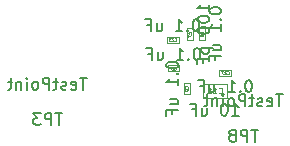
<source format=gbr>
G04 #@! TF.GenerationSoftware,KiCad,Pcbnew,5.1.6*
G04 #@! TF.CreationDate,2020-08-22T22:17:50-04:00*
G04 #@! TF.ProjectId,ball-spider,62616c6c-2d73-4706-9964-65722e6b6963,rev?*
G04 #@! TF.SameCoordinates,Original*
G04 #@! TF.FileFunction,Other,Fab,Bot*
%FSLAX46Y46*%
G04 Gerber Fmt 4.6, Leading zero omitted, Abs format (unit mm)*
G04 Created by KiCad (PCBNEW 5.1.6) date 2020-08-22 22:17:50*
%MOMM*%
%LPD*%
G01*
G04 APERTURE LIST*
%ADD10C,0.100000*%
%ADD11C,0.150000*%
%ADD12C,0.040000*%
%ADD13C,0.080000*%
G04 APERTURE END LIST*
D10*
X46220000Y-99120000D02*
X45220000Y-99120000D01*
X46220000Y-99620000D02*
X46220000Y-99120000D01*
X45220000Y-99620000D02*
X46220000Y-99620000D01*
X45220000Y-99120000D02*
X45220000Y-99620000D01*
X49680000Y-102420000D02*
X50680000Y-102420000D01*
X49680000Y-101920000D02*
X49680000Y-102420000D01*
X50680000Y-101920000D02*
X49680000Y-101920000D01*
X50680000Y-102420000D02*
X50680000Y-101920000D01*
X48300000Y-104300000D02*
X50300000Y-104300000D01*
X48300000Y-103100000D02*
X48300000Y-104300000D01*
X50300000Y-103100000D02*
X48300000Y-103100000D01*
X50300000Y-104300000D02*
X50300000Y-103100000D01*
X46650000Y-103000000D02*
X46650000Y-104000000D01*
X47150000Y-103000000D02*
X46650000Y-103000000D01*
X47150000Y-104000000D02*
X47150000Y-103000000D01*
X46650000Y-104000000D02*
X47150000Y-104000000D01*
X48450000Y-99400000D02*
X48450000Y-98400000D01*
X47950000Y-99400000D02*
X48450000Y-99400000D01*
X47950000Y-98400000D02*
X47950000Y-99400000D01*
X48450000Y-98400000D02*
X47950000Y-98400000D01*
X47450000Y-99400000D02*
X47450000Y-98400000D01*
X46950000Y-99400000D02*
X47450000Y-99400000D01*
X46950000Y-98400000D02*
X46950000Y-99400000D01*
X47450000Y-98400000D02*
X46950000Y-98400000D01*
X46300000Y-101550000D02*
X45300000Y-101550000D01*
X46300000Y-102050000D02*
X46300000Y-101550000D01*
X45300000Y-102050000D02*
X46300000Y-102050000D01*
X45300000Y-101550000D02*
X45300000Y-102050000D01*
D11*
X55033333Y-104002380D02*
X54461904Y-104002380D01*
X54747619Y-105002380D02*
X54747619Y-104002380D01*
X53747619Y-104954761D02*
X53842857Y-105002380D01*
X54033333Y-105002380D01*
X54128571Y-104954761D01*
X54176190Y-104859523D01*
X54176190Y-104478571D01*
X54128571Y-104383333D01*
X54033333Y-104335714D01*
X53842857Y-104335714D01*
X53747619Y-104383333D01*
X53700000Y-104478571D01*
X53700000Y-104573809D01*
X54176190Y-104669047D01*
X53319047Y-104954761D02*
X53223809Y-105002380D01*
X53033333Y-105002380D01*
X52938095Y-104954761D01*
X52890476Y-104859523D01*
X52890476Y-104811904D01*
X52938095Y-104716666D01*
X53033333Y-104669047D01*
X53176190Y-104669047D01*
X53271428Y-104621428D01*
X53319047Y-104526190D01*
X53319047Y-104478571D01*
X53271428Y-104383333D01*
X53176190Y-104335714D01*
X53033333Y-104335714D01*
X52938095Y-104383333D01*
X52604761Y-104335714D02*
X52223809Y-104335714D01*
X52461904Y-104002380D02*
X52461904Y-104859523D01*
X52414285Y-104954761D01*
X52319047Y-105002380D01*
X52223809Y-105002380D01*
X51890476Y-105002380D02*
X51890476Y-104002380D01*
X51509523Y-104002380D01*
X51414285Y-104050000D01*
X51366666Y-104097619D01*
X51319047Y-104192857D01*
X51319047Y-104335714D01*
X51366666Y-104430952D01*
X51414285Y-104478571D01*
X51509523Y-104526190D01*
X51890476Y-104526190D01*
X50747619Y-105002380D02*
X50842857Y-104954761D01*
X50890476Y-104907142D01*
X50938095Y-104811904D01*
X50938095Y-104526190D01*
X50890476Y-104430952D01*
X50842857Y-104383333D01*
X50747619Y-104335714D01*
X50604761Y-104335714D01*
X50509523Y-104383333D01*
X50461904Y-104430952D01*
X50414285Y-104526190D01*
X50414285Y-104811904D01*
X50461904Y-104907142D01*
X50509523Y-104954761D01*
X50604761Y-105002380D01*
X50747619Y-105002380D01*
X49985714Y-105002380D02*
X49985714Y-104335714D01*
X49985714Y-104002380D02*
X50033333Y-104050000D01*
X49985714Y-104097619D01*
X49938095Y-104050000D01*
X49985714Y-104002380D01*
X49985714Y-104097619D01*
X49509523Y-104335714D02*
X49509523Y-105002380D01*
X49509523Y-104430952D02*
X49461904Y-104383333D01*
X49366666Y-104335714D01*
X49223809Y-104335714D01*
X49128571Y-104383333D01*
X49080952Y-104478571D01*
X49080952Y-105002380D01*
X48747619Y-104335714D02*
X48366666Y-104335714D01*
X48604761Y-104002380D02*
X48604761Y-104859523D01*
X48557142Y-104954761D01*
X48461904Y-105002380D01*
X48366666Y-105002380D01*
X52961904Y-107002380D02*
X52390476Y-107002380D01*
X52676190Y-108002380D02*
X52676190Y-107002380D01*
X52057142Y-108002380D02*
X52057142Y-107002380D01*
X51676190Y-107002380D01*
X51580952Y-107050000D01*
X51533333Y-107097619D01*
X51485714Y-107192857D01*
X51485714Y-107335714D01*
X51533333Y-107430952D01*
X51580952Y-107478571D01*
X51676190Y-107526190D01*
X52057142Y-107526190D01*
X50914285Y-107430952D02*
X51009523Y-107383333D01*
X51057142Y-107335714D01*
X51104761Y-107240476D01*
X51104761Y-107192857D01*
X51057142Y-107097619D01*
X51009523Y-107050000D01*
X50914285Y-107002380D01*
X50723809Y-107002380D01*
X50628571Y-107050000D01*
X50580952Y-107097619D01*
X50533333Y-107192857D01*
X50533333Y-107240476D01*
X50580952Y-107335714D01*
X50628571Y-107383333D01*
X50723809Y-107430952D01*
X50914285Y-107430952D01*
X51009523Y-107478571D01*
X51057142Y-107526190D01*
X51104761Y-107621428D01*
X51104761Y-107811904D01*
X51057142Y-107907142D01*
X51009523Y-107954761D01*
X50914285Y-108002380D01*
X50723809Y-108002380D01*
X50628571Y-107954761D01*
X50580952Y-107907142D01*
X50533333Y-107811904D01*
X50533333Y-107621428D01*
X50580952Y-107526190D01*
X50628571Y-107478571D01*
X50723809Y-107430952D01*
X38433333Y-102592380D02*
X37861904Y-102592380D01*
X38147619Y-103592380D02*
X38147619Y-102592380D01*
X37147619Y-103544761D02*
X37242857Y-103592380D01*
X37433333Y-103592380D01*
X37528571Y-103544761D01*
X37576190Y-103449523D01*
X37576190Y-103068571D01*
X37528571Y-102973333D01*
X37433333Y-102925714D01*
X37242857Y-102925714D01*
X37147619Y-102973333D01*
X37100000Y-103068571D01*
X37100000Y-103163809D01*
X37576190Y-103259047D01*
X36719047Y-103544761D02*
X36623809Y-103592380D01*
X36433333Y-103592380D01*
X36338095Y-103544761D01*
X36290476Y-103449523D01*
X36290476Y-103401904D01*
X36338095Y-103306666D01*
X36433333Y-103259047D01*
X36576190Y-103259047D01*
X36671428Y-103211428D01*
X36719047Y-103116190D01*
X36719047Y-103068571D01*
X36671428Y-102973333D01*
X36576190Y-102925714D01*
X36433333Y-102925714D01*
X36338095Y-102973333D01*
X36004761Y-102925714D02*
X35623809Y-102925714D01*
X35861904Y-102592380D02*
X35861904Y-103449523D01*
X35814285Y-103544761D01*
X35719047Y-103592380D01*
X35623809Y-103592380D01*
X35290476Y-103592380D02*
X35290476Y-102592380D01*
X34909523Y-102592380D01*
X34814285Y-102640000D01*
X34766666Y-102687619D01*
X34719047Y-102782857D01*
X34719047Y-102925714D01*
X34766666Y-103020952D01*
X34814285Y-103068571D01*
X34909523Y-103116190D01*
X35290476Y-103116190D01*
X34147619Y-103592380D02*
X34242857Y-103544761D01*
X34290476Y-103497142D01*
X34338095Y-103401904D01*
X34338095Y-103116190D01*
X34290476Y-103020952D01*
X34242857Y-102973333D01*
X34147619Y-102925714D01*
X34004761Y-102925714D01*
X33909523Y-102973333D01*
X33861904Y-103020952D01*
X33814285Y-103116190D01*
X33814285Y-103401904D01*
X33861904Y-103497142D01*
X33909523Y-103544761D01*
X34004761Y-103592380D01*
X34147619Y-103592380D01*
X33385714Y-103592380D02*
X33385714Y-102925714D01*
X33385714Y-102592380D02*
X33433333Y-102640000D01*
X33385714Y-102687619D01*
X33338095Y-102640000D01*
X33385714Y-102592380D01*
X33385714Y-102687619D01*
X32909523Y-102925714D02*
X32909523Y-103592380D01*
X32909523Y-103020952D02*
X32861904Y-102973333D01*
X32766666Y-102925714D01*
X32623809Y-102925714D01*
X32528571Y-102973333D01*
X32480952Y-103068571D01*
X32480952Y-103592380D01*
X32147619Y-102925714D02*
X31766666Y-102925714D01*
X32004761Y-102592380D02*
X32004761Y-103449523D01*
X31957142Y-103544761D01*
X31861904Y-103592380D01*
X31766666Y-103592380D01*
X36361904Y-105592380D02*
X35790476Y-105592380D01*
X36076190Y-106592380D02*
X36076190Y-105592380D01*
X35457142Y-106592380D02*
X35457142Y-105592380D01*
X35076190Y-105592380D01*
X34980952Y-105640000D01*
X34933333Y-105687619D01*
X34885714Y-105782857D01*
X34885714Y-105925714D01*
X34933333Y-106020952D01*
X34980952Y-106068571D01*
X35076190Y-106116190D01*
X35457142Y-106116190D01*
X34552380Y-105592380D02*
X33933333Y-105592380D01*
X34266666Y-105973333D01*
X34123809Y-105973333D01*
X34028571Y-106020952D01*
X33980952Y-106068571D01*
X33933333Y-106163809D01*
X33933333Y-106401904D01*
X33980952Y-106497142D01*
X34028571Y-106544761D01*
X34123809Y-106592380D01*
X34409523Y-106592380D01*
X34504761Y-106544761D01*
X34552380Y-106497142D01*
X47743809Y-97652380D02*
X47648571Y-97652380D01*
X47553333Y-97700000D01*
X47505714Y-97747619D01*
X47458095Y-97842857D01*
X47410476Y-98033333D01*
X47410476Y-98271428D01*
X47458095Y-98461904D01*
X47505714Y-98557142D01*
X47553333Y-98604761D01*
X47648571Y-98652380D01*
X47743809Y-98652380D01*
X47839047Y-98604761D01*
X47886666Y-98557142D01*
X47934285Y-98461904D01*
X47981904Y-98271428D01*
X47981904Y-98033333D01*
X47934285Y-97842857D01*
X47886666Y-97747619D01*
X47839047Y-97700000D01*
X47743809Y-97652380D01*
X46981904Y-98557142D02*
X46934285Y-98604761D01*
X46981904Y-98652380D01*
X47029523Y-98604761D01*
X46981904Y-98557142D01*
X46981904Y-98652380D01*
X45981904Y-98652380D02*
X46553333Y-98652380D01*
X46267619Y-98652380D02*
X46267619Y-97652380D01*
X46362857Y-97795238D01*
X46458095Y-97890476D01*
X46553333Y-97938095D01*
X44362857Y-97985714D02*
X44362857Y-98652380D01*
X44791428Y-97985714D02*
X44791428Y-98509523D01*
X44743809Y-98604761D01*
X44648571Y-98652380D01*
X44505714Y-98652380D01*
X44410476Y-98604761D01*
X44362857Y-98557142D01*
X43553333Y-98128571D02*
X43886666Y-98128571D01*
X43886666Y-98652380D02*
X43886666Y-97652380D01*
X43410476Y-97652380D01*
D12*
X45880714Y-99459285D02*
X45892619Y-99471190D01*
X45928333Y-99483095D01*
X45952142Y-99483095D01*
X45987857Y-99471190D01*
X46011666Y-99447380D01*
X46023571Y-99423571D01*
X46035476Y-99375952D01*
X46035476Y-99340238D01*
X46023571Y-99292619D01*
X46011666Y-99268809D01*
X45987857Y-99245000D01*
X45952142Y-99233095D01*
X45928333Y-99233095D01*
X45892619Y-99245000D01*
X45880714Y-99256904D01*
X45785476Y-99256904D02*
X45773571Y-99245000D01*
X45749761Y-99233095D01*
X45690238Y-99233095D01*
X45666428Y-99245000D01*
X45654523Y-99256904D01*
X45642619Y-99280714D01*
X45642619Y-99304523D01*
X45654523Y-99340238D01*
X45797380Y-99483095D01*
X45642619Y-99483095D01*
X45559285Y-99233095D02*
X45404523Y-99233095D01*
X45487857Y-99328333D01*
X45452142Y-99328333D01*
X45428333Y-99340238D01*
X45416428Y-99352142D01*
X45404523Y-99375952D01*
X45404523Y-99435476D01*
X45416428Y-99459285D01*
X45428333Y-99471190D01*
X45452142Y-99483095D01*
X45523571Y-99483095D01*
X45547380Y-99471190D01*
X45559285Y-99459285D01*
D11*
X52203809Y-102792380D02*
X52108571Y-102792380D01*
X52013333Y-102840000D01*
X51965714Y-102887619D01*
X51918095Y-102982857D01*
X51870476Y-103173333D01*
X51870476Y-103411428D01*
X51918095Y-103601904D01*
X51965714Y-103697142D01*
X52013333Y-103744761D01*
X52108571Y-103792380D01*
X52203809Y-103792380D01*
X52299047Y-103744761D01*
X52346666Y-103697142D01*
X52394285Y-103601904D01*
X52441904Y-103411428D01*
X52441904Y-103173333D01*
X52394285Y-102982857D01*
X52346666Y-102887619D01*
X52299047Y-102840000D01*
X52203809Y-102792380D01*
X51441904Y-103697142D02*
X51394285Y-103744761D01*
X51441904Y-103792380D01*
X51489523Y-103744761D01*
X51441904Y-103697142D01*
X51441904Y-103792380D01*
X50441904Y-103792380D02*
X51013333Y-103792380D01*
X50727619Y-103792380D02*
X50727619Y-102792380D01*
X50822857Y-102935238D01*
X50918095Y-103030476D01*
X51013333Y-103078095D01*
X48822857Y-103125714D02*
X48822857Y-103792380D01*
X49251428Y-103125714D02*
X49251428Y-103649523D01*
X49203809Y-103744761D01*
X49108571Y-103792380D01*
X48965714Y-103792380D01*
X48870476Y-103744761D01*
X48822857Y-103697142D01*
X48013333Y-103268571D02*
X48346666Y-103268571D01*
X48346666Y-103792380D02*
X48346666Y-102792380D01*
X47870476Y-102792380D01*
D12*
X50340714Y-102259285D02*
X50352619Y-102271190D01*
X50388333Y-102283095D01*
X50412142Y-102283095D01*
X50447857Y-102271190D01*
X50471666Y-102247380D01*
X50483571Y-102223571D01*
X50495476Y-102175952D01*
X50495476Y-102140238D01*
X50483571Y-102092619D01*
X50471666Y-102068809D01*
X50447857Y-102045000D01*
X50412142Y-102033095D01*
X50388333Y-102033095D01*
X50352619Y-102045000D01*
X50340714Y-102056904D01*
X50245476Y-102056904D02*
X50233571Y-102045000D01*
X50209761Y-102033095D01*
X50150238Y-102033095D01*
X50126428Y-102045000D01*
X50114523Y-102056904D01*
X50102619Y-102080714D01*
X50102619Y-102104523D01*
X50114523Y-102140238D01*
X50257380Y-102283095D01*
X50102619Y-102283095D01*
X50019285Y-102033095D02*
X49852619Y-102033095D01*
X49959761Y-102283095D01*
D11*
X50752380Y-105802380D02*
X51323809Y-105802380D01*
X51038095Y-105802380D02*
X51038095Y-104802380D01*
X51133333Y-104945238D01*
X51228571Y-105040476D01*
X51323809Y-105088095D01*
X50133333Y-104802380D02*
X50038095Y-104802380D01*
X49942857Y-104850000D01*
X49895238Y-104897619D01*
X49847619Y-104992857D01*
X49800000Y-105183333D01*
X49800000Y-105421428D01*
X49847619Y-105611904D01*
X49895238Y-105707142D01*
X49942857Y-105754761D01*
X50038095Y-105802380D01*
X50133333Y-105802380D01*
X50228571Y-105754761D01*
X50276190Y-105707142D01*
X50323809Y-105611904D01*
X50371428Y-105421428D01*
X50371428Y-105183333D01*
X50323809Y-104992857D01*
X50276190Y-104897619D01*
X50228571Y-104850000D01*
X50133333Y-104802380D01*
X48180952Y-105135714D02*
X48180952Y-105802380D01*
X48609523Y-105135714D02*
X48609523Y-105659523D01*
X48561904Y-105754761D01*
X48466666Y-105802380D01*
X48323809Y-105802380D01*
X48228571Y-105754761D01*
X48180952Y-105707142D01*
X47371428Y-105278571D02*
X47704761Y-105278571D01*
X47704761Y-105802380D02*
X47704761Y-104802380D01*
X47228571Y-104802380D01*
D13*
X49621428Y-103878571D02*
X49645238Y-103902380D01*
X49716666Y-103926190D01*
X49764285Y-103926190D01*
X49835714Y-103902380D01*
X49883333Y-103854761D01*
X49907142Y-103807142D01*
X49930952Y-103711904D01*
X49930952Y-103640476D01*
X49907142Y-103545238D01*
X49883333Y-103497619D01*
X49835714Y-103450000D01*
X49764285Y-103426190D01*
X49716666Y-103426190D01*
X49645238Y-103450000D01*
X49621428Y-103473809D01*
X49145238Y-103926190D02*
X49430952Y-103926190D01*
X49288095Y-103926190D02*
X49288095Y-103426190D01*
X49335714Y-103497619D01*
X49383333Y-103545238D01*
X49430952Y-103569047D01*
X48669047Y-103926190D02*
X48954761Y-103926190D01*
X48811904Y-103926190D02*
X48811904Y-103426190D01*
X48859523Y-103497619D01*
X48907142Y-103545238D01*
X48954761Y-103569047D01*
D11*
X45182380Y-101476190D02*
X45182380Y-101571428D01*
X45230000Y-101666666D01*
X45277619Y-101714285D01*
X45372857Y-101761904D01*
X45563333Y-101809523D01*
X45801428Y-101809523D01*
X45991904Y-101761904D01*
X46087142Y-101714285D01*
X46134761Y-101666666D01*
X46182380Y-101571428D01*
X46182380Y-101476190D01*
X46134761Y-101380952D01*
X46087142Y-101333333D01*
X45991904Y-101285714D01*
X45801428Y-101238095D01*
X45563333Y-101238095D01*
X45372857Y-101285714D01*
X45277619Y-101333333D01*
X45230000Y-101380952D01*
X45182380Y-101476190D01*
X46087142Y-102238095D02*
X46134761Y-102285714D01*
X46182380Y-102238095D01*
X46134761Y-102190476D01*
X46087142Y-102238095D01*
X46182380Y-102238095D01*
X46182380Y-103238095D02*
X46182380Y-102666666D01*
X46182380Y-102952380D02*
X45182380Y-102952380D01*
X45325238Y-102857142D01*
X45420476Y-102761904D01*
X45468095Y-102666666D01*
X45515714Y-104857142D02*
X46182380Y-104857142D01*
X45515714Y-104428571D02*
X46039523Y-104428571D01*
X46134761Y-104476190D01*
X46182380Y-104571428D01*
X46182380Y-104714285D01*
X46134761Y-104809523D01*
X46087142Y-104857142D01*
X45658571Y-105666666D02*
X45658571Y-105333333D01*
X46182380Y-105333333D02*
X45182380Y-105333333D01*
X45182380Y-105809523D01*
D12*
X46989285Y-103458333D02*
X47001190Y-103446428D01*
X47013095Y-103410714D01*
X47013095Y-103386904D01*
X47001190Y-103351190D01*
X46977380Y-103327380D01*
X46953571Y-103315476D01*
X46905952Y-103303571D01*
X46870238Y-103303571D01*
X46822619Y-103315476D01*
X46798809Y-103327380D01*
X46775000Y-103351190D01*
X46763095Y-103386904D01*
X46763095Y-103410714D01*
X46775000Y-103446428D01*
X46786904Y-103458333D01*
X47013095Y-103577380D02*
X47013095Y-103625000D01*
X47001190Y-103648809D01*
X46989285Y-103660714D01*
X46953571Y-103684523D01*
X46905952Y-103696428D01*
X46810714Y-103696428D01*
X46786904Y-103684523D01*
X46775000Y-103672619D01*
X46763095Y-103648809D01*
X46763095Y-103601190D01*
X46775000Y-103577380D01*
X46786904Y-103565476D01*
X46810714Y-103553571D01*
X46870238Y-103553571D01*
X46894047Y-103565476D01*
X46905952Y-103577380D01*
X46917857Y-103601190D01*
X46917857Y-103648809D01*
X46905952Y-103672619D01*
X46894047Y-103684523D01*
X46870238Y-103696428D01*
D11*
X48822380Y-96876190D02*
X48822380Y-96971428D01*
X48870000Y-97066666D01*
X48917619Y-97114285D01*
X49012857Y-97161904D01*
X49203333Y-97209523D01*
X49441428Y-97209523D01*
X49631904Y-97161904D01*
X49727142Y-97114285D01*
X49774761Y-97066666D01*
X49822380Y-96971428D01*
X49822380Y-96876190D01*
X49774761Y-96780952D01*
X49727142Y-96733333D01*
X49631904Y-96685714D01*
X49441428Y-96638095D01*
X49203333Y-96638095D01*
X49012857Y-96685714D01*
X48917619Y-96733333D01*
X48870000Y-96780952D01*
X48822380Y-96876190D01*
X49727142Y-97638095D02*
X49774761Y-97685714D01*
X49822380Y-97638095D01*
X49774761Y-97590476D01*
X49727142Y-97638095D01*
X49822380Y-97638095D01*
X49822380Y-98638095D02*
X49822380Y-98066666D01*
X49822380Y-98352380D02*
X48822380Y-98352380D01*
X48965238Y-98257142D01*
X49060476Y-98161904D01*
X49108095Y-98066666D01*
X49155714Y-100257142D02*
X49822380Y-100257142D01*
X49155714Y-99828571D02*
X49679523Y-99828571D01*
X49774761Y-99876190D01*
X49822380Y-99971428D01*
X49822380Y-100114285D01*
X49774761Y-100209523D01*
X49727142Y-100257142D01*
X49298571Y-101066666D02*
X49298571Y-100733333D01*
X49822380Y-100733333D02*
X48822380Y-100733333D01*
X48822380Y-101209523D01*
D12*
X48289285Y-98858333D02*
X48301190Y-98846428D01*
X48313095Y-98810714D01*
X48313095Y-98786904D01*
X48301190Y-98751190D01*
X48277380Y-98727380D01*
X48253571Y-98715476D01*
X48205952Y-98703571D01*
X48170238Y-98703571D01*
X48122619Y-98715476D01*
X48098809Y-98727380D01*
X48075000Y-98751190D01*
X48063095Y-98786904D01*
X48063095Y-98810714D01*
X48075000Y-98846428D01*
X48086904Y-98858333D01*
X48170238Y-99001190D02*
X48158333Y-98977380D01*
X48146428Y-98965476D01*
X48122619Y-98953571D01*
X48110714Y-98953571D01*
X48086904Y-98965476D01*
X48075000Y-98977380D01*
X48063095Y-99001190D01*
X48063095Y-99048809D01*
X48075000Y-99072619D01*
X48086904Y-99084523D01*
X48110714Y-99096428D01*
X48122619Y-99096428D01*
X48146428Y-99084523D01*
X48158333Y-99072619D01*
X48170238Y-99048809D01*
X48170238Y-99001190D01*
X48182142Y-98977380D01*
X48194047Y-98965476D01*
X48217857Y-98953571D01*
X48265476Y-98953571D01*
X48289285Y-98965476D01*
X48301190Y-98977380D01*
X48313095Y-99001190D01*
X48313095Y-99048809D01*
X48301190Y-99072619D01*
X48289285Y-99084523D01*
X48265476Y-99096428D01*
X48217857Y-99096428D01*
X48194047Y-99084523D01*
X48182142Y-99072619D01*
X48170238Y-99048809D01*
D11*
X48822380Y-96971428D02*
X48822380Y-96400000D01*
X48822380Y-96685714D02*
X47822380Y-96685714D01*
X47965238Y-96590476D01*
X48060476Y-96495238D01*
X48108095Y-96400000D01*
X47822380Y-97590476D02*
X47822380Y-97685714D01*
X47870000Y-97780952D01*
X47917619Y-97828571D01*
X48012857Y-97876190D01*
X48203333Y-97923809D01*
X48441428Y-97923809D01*
X48631904Y-97876190D01*
X48727142Y-97828571D01*
X48774761Y-97780952D01*
X48822380Y-97685714D01*
X48822380Y-97590476D01*
X48774761Y-97495238D01*
X48727142Y-97447619D01*
X48631904Y-97400000D01*
X48441428Y-97352380D01*
X48203333Y-97352380D01*
X48012857Y-97400000D01*
X47917619Y-97447619D01*
X47870000Y-97495238D01*
X47822380Y-97590476D01*
X47822380Y-98542857D02*
X47822380Y-98638095D01*
X47870000Y-98733333D01*
X47917619Y-98780952D01*
X48012857Y-98828571D01*
X48203333Y-98876190D01*
X48441428Y-98876190D01*
X48631904Y-98828571D01*
X48727142Y-98780952D01*
X48774761Y-98733333D01*
X48822380Y-98638095D01*
X48822380Y-98542857D01*
X48774761Y-98447619D01*
X48727142Y-98400000D01*
X48631904Y-98352380D01*
X48441428Y-98304761D01*
X48203333Y-98304761D01*
X48012857Y-98352380D01*
X47917619Y-98400000D01*
X47870000Y-98447619D01*
X47822380Y-98542857D01*
X48155714Y-100066666D02*
X49155714Y-100066666D01*
X48203333Y-100066666D02*
X48155714Y-100161904D01*
X48155714Y-100352380D01*
X48203333Y-100447619D01*
X48250952Y-100495238D01*
X48346190Y-100542857D01*
X48631904Y-100542857D01*
X48727142Y-100495238D01*
X48774761Y-100447619D01*
X48822380Y-100352380D01*
X48822380Y-100161904D01*
X48774761Y-100066666D01*
X48298571Y-101304761D02*
X48298571Y-100971428D01*
X48822380Y-100971428D02*
X47822380Y-100971428D01*
X47822380Y-101447619D01*
D12*
X47289285Y-98858333D02*
X47301190Y-98846428D01*
X47313095Y-98810714D01*
X47313095Y-98786904D01*
X47301190Y-98751190D01*
X47277380Y-98727380D01*
X47253571Y-98715476D01*
X47205952Y-98703571D01*
X47170238Y-98703571D01*
X47122619Y-98715476D01*
X47098809Y-98727380D01*
X47075000Y-98751190D01*
X47063095Y-98786904D01*
X47063095Y-98810714D01*
X47075000Y-98846428D01*
X47086904Y-98858333D01*
X47063095Y-98941666D02*
X47063095Y-99108333D01*
X47313095Y-99001190D01*
D11*
X47823809Y-100082380D02*
X47728571Y-100082380D01*
X47633333Y-100130000D01*
X47585714Y-100177619D01*
X47538095Y-100272857D01*
X47490476Y-100463333D01*
X47490476Y-100701428D01*
X47538095Y-100891904D01*
X47585714Y-100987142D01*
X47633333Y-101034761D01*
X47728571Y-101082380D01*
X47823809Y-101082380D01*
X47919047Y-101034761D01*
X47966666Y-100987142D01*
X48014285Y-100891904D01*
X48061904Y-100701428D01*
X48061904Y-100463333D01*
X48014285Y-100272857D01*
X47966666Y-100177619D01*
X47919047Y-100130000D01*
X47823809Y-100082380D01*
X47061904Y-100987142D02*
X47014285Y-101034761D01*
X47061904Y-101082380D01*
X47109523Y-101034761D01*
X47061904Y-100987142D01*
X47061904Y-101082380D01*
X46061904Y-101082380D02*
X46633333Y-101082380D01*
X46347619Y-101082380D02*
X46347619Y-100082380D01*
X46442857Y-100225238D01*
X46538095Y-100320476D01*
X46633333Y-100368095D01*
X44442857Y-100415714D02*
X44442857Y-101082380D01*
X44871428Y-100415714D02*
X44871428Y-100939523D01*
X44823809Y-101034761D01*
X44728571Y-101082380D01*
X44585714Y-101082380D01*
X44490476Y-101034761D01*
X44442857Y-100987142D01*
X43633333Y-100558571D02*
X43966666Y-100558571D01*
X43966666Y-101082380D02*
X43966666Y-100082380D01*
X43490476Y-100082380D01*
D12*
X45841666Y-101889285D02*
X45853571Y-101901190D01*
X45889285Y-101913095D01*
X45913095Y-101913095D01*
X45948809Y-101901190D01*
X45972619Y-101877380D01*
X45984523Y-101853571D01*
X45996428Y-101805952D01*
X45996428Y-101770238D01*
X45984523Y-101722619D01*
X45972619Y-101698809D01*
X45948809Y-101675000D01*
X45913095Y-101663095D01*
X45889285Y-101663095D01*
X45853571Y-101675000D01*
X45841666Y-101686904D01*
X45627380Y-101663095D02*
X45675000Y-101663095D01*
X45698809Y-101675000D01*
X45710714Y-101686904D01*
X45734523Y-101722619D01*
X45746428Y-101770238D01*
X45746428Y-101865476D01*
X45734523Y-101889285D01*
X45722619Y-101901190D01*
X45698809Y-101913095D01*
X45651190Y-101913095D01*
X45627380Y-101901190D01*
X45615476Y-101889285D01*
X45603571Y-101865476D01*
X45603571Y-101805952D01*
X45615476Y-101782142D01*
X45627380Y-101770238D01*
X45651190Y-101758333D01*
X45698809Y-101758333D01*
X45722619Y-101770238D01*
X45734523Y-101782142D01*
X45746428Y-101805952D01*
M02*

</source>
